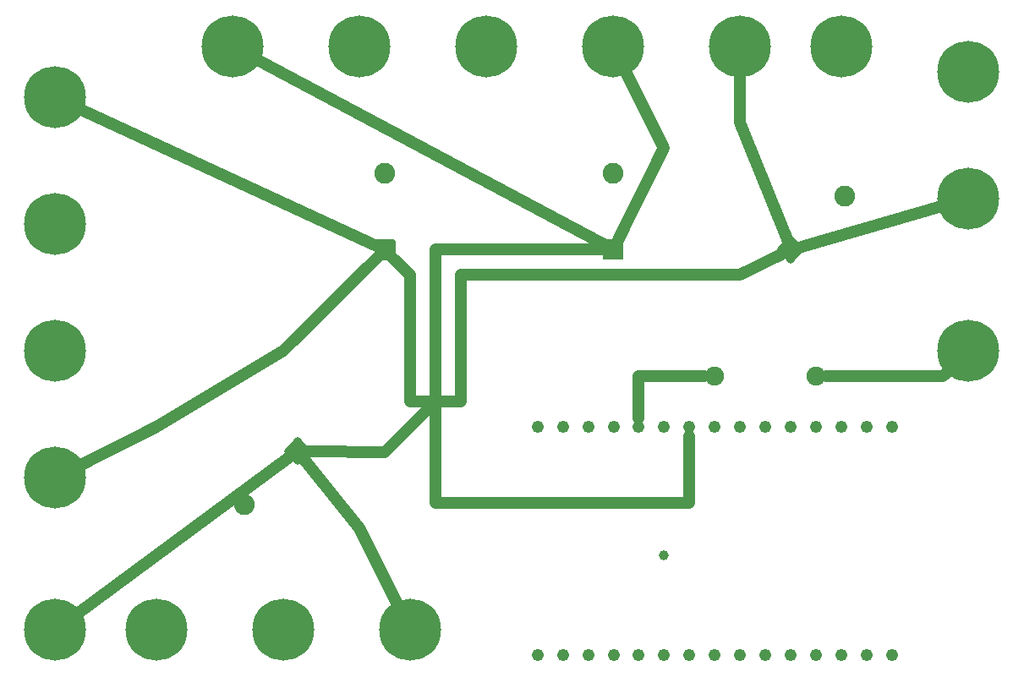
<source format=gtl>
G04 MADE WITH FRITZING*
G04 WWW.FRITZING.ORG*
G04 DOUBLE SIDED*
G04 HOLES PLATED*
G04 CONTOUR ON CENTER OF CONTOUR VECTOR*
%ASAXBY*%
%FSLAX23Y23*%
%MOIN*%
%OFA0B0*%
%SFA1.0B1.0*%
%ADD10C,0.047859*%
%ADD11C,0.039370*%
%ADD12C,0.082000*%
%ADD13C,0.075000*%
%ADD14C,0.244000*%
%ADD15R,0.082000X0.082000*%
%ADD16C,0.048000*%
%ADD17C,0.020000*%
%LNCOPPER1*%
G90*
G70*
G54D10*
X2387Y1120D03*
X2187Y222D03*
X2287Y222D03*
X2387Y222D03*
X2487Y222D03*
X2586Y222D03*
X2287Y1120D03*
X2187Y1120D03*
X2487Y1120D03*
X2686Y222D03*
X2786Y222D03*
X2886Y222D03*
X2986Y222D03*
X3086Y222D03*
X3185Y222D03*
X3285Y222D03*
X3385Y222D03*
X3485Y222D03*
X3585Y222D03*
X2886Y1120D03*
X2986Y1120D03*
X3086Y1120D03*
X3185Y1120D03*
X3285Y1120D03*
X3385Y1120D03*
X3485Y1120D03*
X3585Y1120D03*
X2586Y1120D03*
X2686Y1120D03*
X2786Y1120D03*
G54D11*
X2686Y616D03*
G54D12*
X1242Y1026D03*
X1030Y814D03*
G54D13*
X3286Y1320D03*
X2886Y1320D03*
G54D14*
X1686Y320D03*
X1686Y320D03*
X1186Y320D03*
X1186Y320D03*
X3886Y1420D03*
X3886Y1420D03*
X286Y2420D03*
X286Y2420D03*
X986Y2620D03*
X986Y2620D03*
X286Y1420D03*
X286Y1420D03*
X1986Y2620D03*
X1986Y2620D03*
X2486Y2620D03*
X2486Y2620D03*
X3386Y2620D03*
X3386Y2620D03*
X3886Y2020D03*
X3886Y2020D03*
X286Y1920D03*
X286Y1920D03*
X1486Y2620D03*
X1486Y2620D03*
X2986Y2620D03*
X2986Y2620D03*
X3886Y2520D03*
X3886Y2520D03*
X686Y320D03*
X686Y320D03*
X286Y920D03*
X286Y920D03*
X286Y320D03*
X286Y320D03*
G54D12*
X3186Y1820D03*
X3398Y2032D03*
X1586Y1820D03*
X1586Y2120D03*
X2486Y1820D03*
X2486Y2120D03*
G54D15*
X2486Y1820D03*
G54D16*
X1886Y1720D02*
X2986Y1720D01*
D02*
X2986Y1720D02*
X3147Y1800D01*
D02*
X1886Y1220D02*
X1886Y1720D01*
D02*
X1786Y1220D02*
X1886Y1220D01*
D02*
X1786Y1220D02*
X1586Y1020D01*
D02*
X1786Y1220D02*
X1786Y1820D01*
D02*
X1786Y1820D02*
X2442Y1820D01*
D02*
X1586Y1020D02*
X1285Y1025D01*
D02*
X1784Y820D02*
X1786Y1220D01*
D02*
X1786Y1220D02*
X1686Y1220D01*
D02*
X1686Y1220D02*
X1686Y1720D01*
D02*
X2785Y820D02*
X1784Y820D01*
D02*
X1686Y1720D02*
X1616Y1789D01*
D02*
X2786Y1086D02*
X2785Y820D01*
D02*
X2586Y1320D02*
X2846Y1320D01*
D02*
X2586Y1153D02*
X2586Y1320D01*
D02*
X1486Y720D02*
X1269Y992D01*
D02*
X1642Y407D02*
X1486Y720D01*
D02*
X3786Y1320D02*
X3325Y1320D01*
D02*
X3817Y1351D02*
X3786Y1320D01*
D02*
X374Y2379D02*
X1546Y1838D01*
D02*
X1186Y1420D02*
X686Y1120D01*
D02*
X686Y1120D02*
X373Y963D01*
D02*
X1555Y1789D02*
X1186Y1420D01*
D02*
X2986Y2320D02*
X3170Y1860D01*
D02*
X2986Y2522D02*
X2986Y2320D01*
D02*
X1207Y1000D02*
X364Y377D01*
D02*
X3227Y1831D02*
X3792Y1993D01*
D02*
X2686Y2220D02*
X2505Y1858D01*
D02*
X2529Y2533D02*
X2686Y2220D01*
D02*
X2447Y1840D02*
X1071Y2574D01*
G54D17*
X1242Y982D02*
X1198Y1026D01*
X1242Y1070D01*
X1286Y1026D01*
X1242Y982D01*
D02*
X3186Y1863D02*
X3229Y1820D01*
X3186Y1776D01*
X3142Y1820D01*
X3186Y1863D01*
D02*
X1555Y1851D02*
X1617Y1851D01*
X1617Y1789D01*
X1555Y1789D01*
X1555Y1851D01*
D02*
G04 End of Copper1*
M02*
</source>
